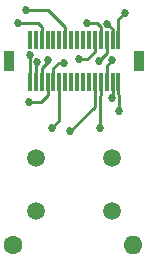
<source format=gbr>
%TF.GenerationSoftware,KiCad,Pcbnew,(7.0.0-0)*%
%TF.CreationDate,2023-03-14T18:39:12-04:00*%
%TF.ProjectId,v3 - habit pcb,7633202d-2068-4616-9269-74207063622e,rev?*%
%TF.SameCoordinates,Original*%
%TF.FileFunction,Copper,L2,Bot*%
%TF.FilePolarity,Positive*%
%FSLAX46Y46*%
G04 Gerber Fmt 4.6, Leading zero omitted, Abs format (unit mm)*
G04 Created by KiCad (PCBNEW (7.0.0-0)) date 2023-03-14 18:39:12*
%MOMM*%
%LPD*%
G01*
G04 APERTURE LIST*
%TA.AperFunction,SMDPad,CuDef*%
%ADD10R,0.300000X1.600000*%
%TD*%
%TA.AperFunction,SMDPad,CuDef*%
%ADD11R,0.900000X1.800000*%
%TD*%
%TA.AperFunction,ComponentPad*%
%ADD12C,1.500000*%
%TD*%
%TA.AperFunction,ComponentPad*%
%ADD13C,1.600000*%
%TD*%
%TA.AperFunction,ComponentPad*%
%ADD14O,1.600000X1.600000*%
%TD*%
%TA.AperFunction,ViaPad*%
%ADD15C,0.685800*%
%TD*%
%TA.AperFunction,Conductor*%
%ADD16C,0.250000*%
%TD*%
G04 APERTURE END LIST*
D10*
%TO.P,U1,1,AD5/SCL*%
%TO.N,Net-(U1-AD5{slash}SCL)*%
X154948249Y-78363749D03*
%TO.P,U1,2,IOREF*%
%TO.N,unconnected-(U1-IOREF-Pad2)*%
X154948249Y-74763549D03*
%TO.P,U1,3,AD4/SDA*%
%TO.N,Net-(U1-AD4{slash}SDA)*%
X155448249Y-78363749D03*
%TO.P,U1,4,VBATT*%
%TO.N,unconnected-(U1-VBATT-Pad4)*%
X155448249Y-74763549D03*
%TO.P,U1,5,AD3*%
%TO.N,Net-(U1-AD3)*%
X155948249Y-78363749D03*
%TO.P,U1,6,3V3*%
%TO.N,Net-(U1-3V3)*%
X155948249Y-74763549D03*
%TO.P,U1,7,AD2*%
%TO.N,Net-(U1-AD2)*%
X156448249Y-78363749D03*
%TO.P,U1,8,5V*%
%TO.N,unconnected-(U1-5V-Pad8)*%
X156448249Y-74763549D03*
%TO.P,U1,9,AD1*%
%TO.N,Net-(U1-AD1)*%
X156948249Y-78363749D03*
%TO.P,U1,10,VIN*%
%TO.N,unconnected-(U1-VIN-Pad10)*%
X156948249Y-74763549D03*
%TO.P,U1,11,AD0*%
%TO.N,Net-(U1-AD0)*%
X157448249Y-78363749D03*
%TO.P,U1,12,GND*%
%TO.N,unconnected-(U1-GND-Pad12)*%
X157448249Y-74763549D03*
%TO.P,U1,13,AREF*%
%TO.N,unconnected-(U1-AREF-Pad13)*%
X157948249Y-78363749D03*
%TO.P,U1,14,GND*%
%TO.N,Net-(R1-Pad1)*%
X157948249Y-74763549D03*
%TO.P,U1,15,SCK*%
%TO.N,unconnected-(U1-SCK-Pad15)*%
X158448249Y-78363749D03*
%TO.P,U1,16,RSV2*%
%TO.N,unconnected-(U1-RSV2-Pad16)*%
X158448249Y-74763549D03*
%TO.P,U1,17,MISO*%
%TO.N,unconnected-(U1-MISO-Pad17)*%
X158948249Y-78363749D03*
%TO.P,U1,18,RSV1*%
%TO.N,unconnected-(U1-RSV1-Pad18)*%
X158948249Y-74763549D03*
%TO.P,U1,19,MOSI*%
%TO.N,unconnected-(U1-MOSI-Pad19)*%
X159448249Y-78363749D03*
%TO.P,U1,20,RSV0*%
%TO.N,unconnected-(U1-RSV0-Pad20)*%
X159448249Y-74763549D03*
%TO.P,U1,21,SS*%
%TO.N,unconnected-(U1-SS-Pad21)*%
X159948249Y-78363749D03*
%TO.P,U1,22,RESET*%
%TO.N,unconnected-(U1-RESET-Pad22)*%
X159948249Y-74763549D03*
%TO.P,U1,23,IO9*%
%TO.N,Net-(U1-IO9)*%
X160448249Y-78363749D03*
%TO.P,U1,24,IO0*%
%TO.N,Net-(U1-IO0)*%
X160448249Y-74763549D03*
%TO.P,U1,25,IO8*%
%TO.N,Net-(U1-IO8)*%
X160948249Y-78363749D03*
%TO.P,U1,26,IO1*%
%TO.N,Net-(U1-IO1)*%
X160948249Y-74763549D03*
%TO.P,U1,27,IO7*%
%TO.N,Net-(U1-IO7)*%
X161448249Y-78363749D03*
%TO.P,U1,28,IO2*%
%TO.N,Net-(U1-IO2)*%
X161448249Y-74763549D03*
%TO.P,U1,29,IO6*%
%TO.N,Net-(U1-IO6)*%
X161948249Y-78363749D03*
%TO.P,U1,30,IO3*%
%TO.N,Net-(U1-IO3)*%
X161948249Y-74763549D03*
%TO.P,U1,31,IO5*%
%TO.N,Net-(U1-IO5)*%
X162448249Y-78363749D03*
%TO.P,U1,32,IO4*%
%TO.N,Net-(SW1-A)*%
X162448249Y-74763549D03*
D11*
%TO.P,U1,F1*%
%TO.N,N/C*%
X153198249Y-76563649D03*
%TO.P,U1,F2*%
X164198249Y-76563649D03*
%TD*%
D12*
%TO.P,SW1,1,1*%
%TO.N,Net-(U1-3V3)*%
X155443200Y-89219600D03*
%TO.P,SW1,2,2*%
X161943200Y-89219600D03*
%TO.P,SW1,3,K*%
%TO.N,Net-(SW1-K)*%
X161943200Y-84719600D03*
%TO.P,SW1,4,A*%
%TO.N,Net-(SW1-A)*%
X155443200Y-84719600D03*
%TD*%
D13*
%TO.P,R1,1*%
%TO.N,Net-(R1-Pad1)*%
X153517600Y-92151200D03*
D14*
%TO.P,R1,2*%
%TO.N,Net-(SW1-K)*%
X163677599Y-92151199D03*
%TD*%
D15*
%TO.N,Net-(U1-IO5)*%
X162524600Y-80772000D03*
%TO.N,Net-(U1-IO6)*%
X161899600Y-79705200D03*
%TO.N,Net-(U1-IO7)*%
X161875000Y-76500000D03*
%TO.N,Net-(U1-IO8)*%
X160925000Y-82200000D03*
%TO.N,Net-(U1-IO9)*%
X158350000Y-82500000D03*
%TO.N,Net-(U1-AD0)*%
X156800000Y-82225000D03*
%TO.N,Net-(U1-AD1)*%
X157850000Y-76700000D03*
%TO.N,Net-(U1-AD2)*%
X154889200Y-80010000D03*
%TO.N,Net-(U1-IO0)*%
X159100000Y-76400000D03*
%TO.N,Net-(U1-IO3)*%
X161502046Y-73374913D03*
%TO.N,Net-(U1-IO2)*%
X160774800Y-76504800D03*
%TO.N,Net-(U1-IO1)*%
X159816800Y-73355200D03*
%TO.N,Net-(U1-AD3)*%
X156475000Y-76450000D03*
%TO.N,Net-(U1-AD4{slash}SDA)*%
X155549600Y-76657200D03*
%TO.N,Net-(U1-AD5{slash}SCL)*%
X154925100Y-76063052D03*
%TO.N,Net-(U1-3V3)*%
X153949047Y-73329447D03*
%TO.N,Net-(SW1-A)*%
X163017200Y-72440800D03*
%TO.N,Net-(R1-Pad1)*%
X154635200Y-72237600D03*
%TD*%
D16*
%TO.N,Net-(U1-AD1)*%
X157850000Y-76700000D02*
X157406684Y-76700000D01*
X157406684Y-76700000D02*
X156948250Y-77158434D01*
X156948250Y-77158434D02*
X156948250Y-78363750D01*
%TO.N,Net-(U1-IO9)*%
X158350000Y-82500000D02*
X160448250Y-80401750D01*
X160448250Y-80401750D02*
X160448250Y-78363750D01*
%TO.N,Net-(U1-AD0)*%
X157448250Y-81576750D02*
X157448250Y-78363750D01*
X156800000Y-82225000D02*
X157448250Y-81576750D01*
%TO.N,Net-(U1-IO8)*%
X160925000Y-82200000D02*
X160925000Y-79487000D01*
X160925000Y-79487000D02*
X160948250Y-79463750D01*
X160948250Y-79463750D02*
X160948250Y-78363750D01*
%TO.N,Net-(U1-AD3)*%
X156475000Y-76450000D02*
X156475000Y-76609037D01*
X156475000Y-76609037D02*
X155948250Y-77135787D01*
X155948250Y-77135787D02*
X155948250Y-78363750D01*
%TO.N,Net-(U1-IO7)*%
X161875000Y-76500000D02*
X161448250Y-76926750D01*
X161448250Y-76926750D02*
X161448250Y-78363750D01*
%TO.N,Net-(U1-IO0)*%
X159816600Y-76400000D02*
X160448250Y-75768350D01*
X159100000Y-76400000D02*
X159816600Y-76400000D01*
X160448250Y-75768350D02*
X160448250Y-74763550D01*
%TO.N,Net-(U1-IO5)*%
X162524600Y-80772000D02*
X162524600Y-79446316D01*
X162448250Y-79369966D02*
X162448250Y-78363750D01*
X162524600Y-79446316D02*
X162448250Y-79369966D01*
%TO.N,Net-(U1-IO6)*%
X161948250Y-78363750D02*
X161948250Y-79656550D01*
X161948250Y-79656550D02*
X161899600Y-79705200D01*
%TO.N,Net-(U1-AD2)*%
X155902000Y-80010000D02*
X154889200Y-80010000D01*
X156448250Y-79463750D02*
X155902000Y-80010000D01*
X156448250Y-78363750D02*
X156448250Y-79463750D01*
%TO.N,Net-(U1-IO3)*%
X161502046Y-73374913D02*
X161948250Y-73821117D01*
X161948250Y-73821117D02*
X161948250Y-74763550D01*
%TO.N,Net-(U1-IO2)*%
X160774800Y-76504800D02*
X161448250Y-75831350D01*
X161448250Y-75831350D02*
X161448250Y-74763550D01*
%TO.N,Net-(U1-IO1)*%
X160948250Y-74763550D02*
X160948250Y-73663550D01*
X160948250Y-73663550D02*
X160639900Y-73355200D01*
X160639900Y-73355200D02*
X159816800Y-73355200D01*
%TO.N,Net-(U1-AD4{slash}SDA)*%
X155448250Y-78363750D02*
X155448250Y-76758550D01*
X155448250Y-76758550D02*
X155549600Y-76657200D01*
%TO.N,Net-(U1-AD5{slash}SCL)*%
X154925100Y-76063052D02*
X154948250Y-76086202D01*
X154924600Y-76916084D02*
X154948250Y-76939734D01*
X154948250Y-76374666D02*
X154924600Y-76398316D01*
X154948250Y-76939734D02*
X154948250Y-78363750D01*
X154948250Y-76086202D02*
X154948250Y-76374666D01*
X154924600Y-76398316D02*
X154924600Y-76916084D01*
%TO.N,Net-(U1-3V3)*%
X155614147Y-73329447D02*
X155948250Y-73663550D01*
X155948250Y-73663550D02*
X155948250Y-74763550D01*
X153949047Y-73329447D02*
X155614147Y-73329447D01*
%TO.N,Net-(SW1-A)*%
X162448250Y-74763550D02*
X162448250Y-73009750D01*
X162448250Y-73009750D02*
X163017200Y-72440800D01*
%TO.N,Net-(R1-Pad1)*%
X157948250Y-73663550D02*
X156522300Y-72237600D01*
X157948250Y-74763550D02*
X157948250Y-73663550D01*
X156522300Y-72237600D02*
X154635200Y-72237600D01*
%TD*%
M02*

</source>
